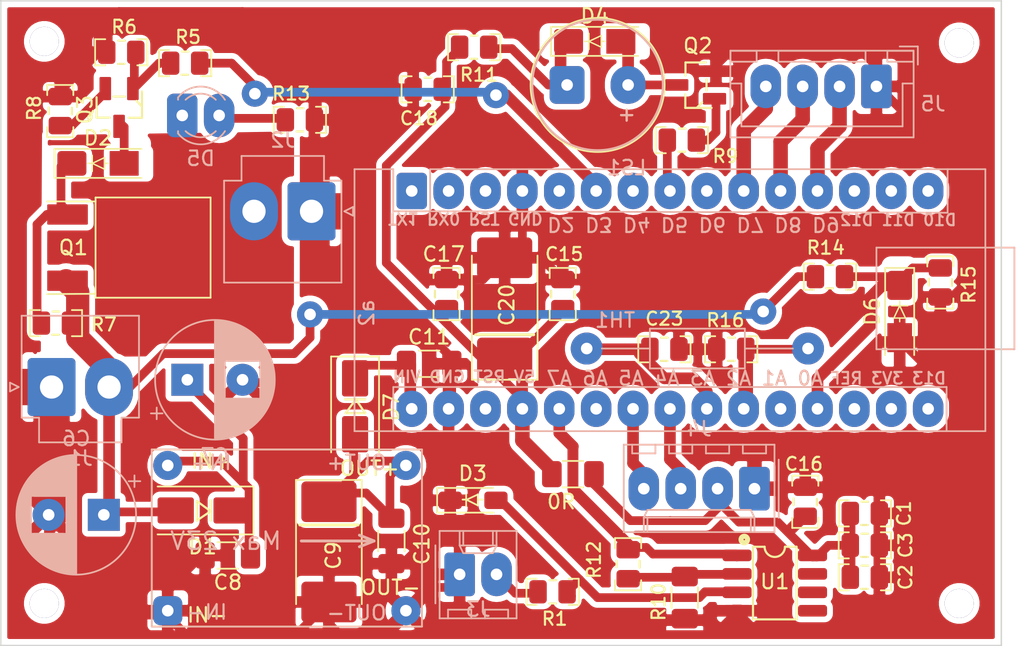
<source format=kicad_pcb>
(kicad_pcb (version 20171130) (host pcbnew "(5.1.10)-1")
  (layers (0 F.Cu signal) (31 B.Cu signal) (34 B.Paste user) (35 F.Paste user) (36 B.SilkS user) (37 F.SilkS user) (38 B.Mask user) (39 F.Mask user) (44 Edge.Cuts user))
  (net 0 "")
  (net 1 /opamp_to_adc)
  (net 2 GND)
  (net 3 /20VDetect)
  (net 4 /env_temp_adc)
  (net 5 /enable_heater)
  (net 6 /enable_env_temp_check)
  (net 7 /sda)
  (net 8 /buzzerPwm)
  (net 9 /scl)
  (net 10 V5.0)
  (net 11 /rot_right)
  (net 12 /V6.0)
  (net 13 /rot_button)
  (net 14 "Net-(C7-Pad1)")
  (net 15 20V)
  (net 16 "Net-(D2-Pad2)")
  (net 17 "Net-(D2-Pad1)")
  (net 18 "Net-(D3-Pad2)")
  (net 19 "Net-(D4-Pad2)")
  (net 20 "Net-(D4-Pad1)")
  (net 21 "Net-(D5-PadK)")
  (net 22 /heaterPower)
  (net 23 /thermal_couple)
  (net 24 "Net-(Q2-PadB)")
  (net 25 "Net-(Q3-PadB)")
  (net 26 "Net-(Q3-PadE)")
  (net 27 "Net-(R10-Pad1)")
  (net 28 "Net-(C10-Pad1)")
  (net 29 /rot_left)
  (net 30 "Net-(a2-Pad1)")
  (net 31 "Net-(a2-Pad17)")
  (net 32 "Net-(a2-Pad2)")
  (net 33 "Net-(a2-Pad18)")
  (net 34 "Net-(a2-Pad3)")
  (net 35 "Net-(a2-Pad20)")
  (net 36 "Net-(a2-Pad5)")
  (net 37 "Net-(a2-Pad7)")
  (net 38 "Net-(a2-Pad9)")
  (net 39 "Net-(a2-Pad25)")
  (net 40 "Net-(a2-Pad28)")
  (net 41 "Net-(a2-Pad13)")
  (net 42 "Net-(a2-Pad14)")
  (net 43 "Net-(a2-Pad15)")
  (net 44 "Net-(a2-Pad16)")
  (module myFootPrintLibs:D_SMA_Handsoldering (layer F.Cu) (at 17.7 39.1 180)
    (fp_text reference D1 (at 0 -2.5 180) (layer F.SilkS))
    (fp_text value 1N4007)
    (pad 2 smd roundrect (at 1.85 0 180) (size 2.5 1.8) (layers F.Cu F.Paste F.Mask) (roundrect_rratio 0.1) (net 15 20V))
    (pad 1 smd roundrect (at -2 0 180) (size 2.5 1.8) (layers F.Cu F.Paste F.Mask) (roundrect_rratio 0.1) (net 14 "Net-(C7-Pad1)"))
  )
  (module myFootPrintLibs:D_SMA_Handsoldering (layer F.Cu) (at 28.2 32 270)
    (fp_text reference D7 (at 0 -2.5 270) (layer F.SilkS))
    (fp_text value 1N4007)
    (pad 2 smd roundrect (at 1.85 0 270) (size 2.5 1.8) (layers F.Cu F.Paste F.Mask) (roundrect_rratio 0.1) (net 28 "Net-(C10-Pad1)"))
    (pad 1 smd roundrect (at -2 0 270) (size 2.5 1.8) (layers F.Cu F.Paste F.Mask) (roundrect_rratio 0.1) (net 12 /V6.0))
  )
  (module myFootPrintLibs:R_C_1206_3216Metric_Pad1.33x1.80mm_HandSolder (layer F.Cu) (at 50.9 45.1 270)
    (fp_text reference R10 (at 0.3 1.8 90) (layer F.SilkS) (effects (font (size 0.9 0.9))))
    (fp_text value 1k)
    (pad 2 smd roundrect (at 1.45 0 270) (size 1.35 1.8) (layers F.Cu F.Paste F.Mask) (roundrect_rratio 0.189) (net 2 GND))
    (pad 1 smd roundrect (at -1.45 0 270) (size 1.35 1.8) (layers F.Cu F.Paste F.Mask) (roundrect_rratio 0.189) (net 27 "Net-(R10-Pad1)"))
  )
  (module myFootPrintLibs:R_C_1206_3216Metric_Pad1.33x1.80mm_HandSolder (layer F.Cu) (at 43.2 36.6 180)
    (fp_text reference 0R (at 0.8 -1.9) (layer F.SilkS))
    (fp_text value C_1206)
    (pad 2 smd roundrect (at 1.45 0 180) (size 1.35 1.8) (layers F.Cu F.Paste F.Mask) (roundrect_rratio 0.189) (net 10 V5.0))
    (pad 1 smd roundrect (at -1.45 0 180) (size 1.35 1.8) (layers F.Cu F.Paste F.Mask) (roundrect_rratio 0.189) (net 10 V5.0))
  )
  (module myFootPrintLibs:SOT-23_PNP_NPN (layer F.Cu) (at 11.95 11.3 270)
    (fp_text reference Q3 (at 0.2 2.35 270) (layer F.SilkS))
    (fp_text value S8050)
    (pad C smd roundrect (at 1.35 0 270) (size 1.6 0.8) (layers F.Cu F.Paste F.Mask) (roundrect_rratio 0.1) (net 16 "Net-(D2-Pad2)"))
    (pad E smd roundrect (at -1.25 0.95 270) (size 1.6 0.8) (layers F.Cu F.Paste F.Mask) (roundrect_rratio 0.1) (net 26 "Net-(Q3-PadE)"))
    (pad B smd roundrect (at -1.25 -0.95 270) (size 1.6 0.8) (layers F.Cu F.Paste F.Mask) (roundrect_rratio 0.1) (net 25 "Net-(Q3-PadB)"))
  )
  (module myFootPrintLibs:SOT-23_PNP_NPN (layer F.Cu) (at 51.7 9.8 180)
    (fp_text reference Q2 (at -0.1 2.7) (layer F.SilkS))
    (fp_text value S8050)
    (pad C smd roundrect (at 1.35 0 180) (size 1.6 0.8) (layers F.Cu F.Paste F.Mask) (roundrect_rratio 0.1) (net 19 "Net-(D4-Pad2)"))
    (pad E smd roundrect (at -1.25 0.95 180) (size 1.6 0.8) (layers F.Cu F.Paste F.Mask) (roundrect_rratio 0.1) (net 2 GND))
    (pad B smd roundrect (at -1.25 -0.95 180) (size 1.6 0.8) (layers F.Cu F.Paste F.Mask) (roundrect_rratio 0.1) (net 24 "Net-(Q2-PadB)"))
  )
  (module myFootPrintLibs:D_MiniMELF_Handsoldering_Zener (layer F.Cu) (at 65.7 25.4 270)
    (fp_text reference D6 (at 0 1.9 90) (layer F.SilkS))
    (fp_text value 4v)
    (pad 1 smd roundrect (at -1.8 0 270) (size 2 1.7) (layers F.Cu F.Paste F.Mask) (roundrect_rratio 0.15) (net 3 /20VDetect))
    (pad 2 smd roundrect (at 1.8 0 270) (size 2 1.7) (layers F.Cu F.Paste F.Mask) (roundrect_rratio 0.02) (net 2 GND))
  )
  (module myFootPrintLibs:D_MiniMELF_Handsoldering_Zener (layer F.Cu) (at 44.7 6.8)
    (fp_text reference D4 (at 0 -1.75) (layer F.SilkS))
    (fp_text value 1N4148)
    (pad 1 smd roundrect (at -1.8 0) (size 2 1.7) (layers F.Cu F.Paste F.Mask) (roundrect_rratio 0.15) (net 20 "Net-(D4-Pad1)"))
    (pad 2 smd roundrect (at 1.8 0) (size 2 1.7) (layers F.Cu F.Paste F.Mask) (roundrect_rratio 0.02) (net 19 "Net-(D4-Pad2)"))
  )
  (module myFootPrintLibs:D_MiniMELF_Handsoldering_Zener (layer F.Cu) (at 10.5 15.2)
    (fp_text reference D2 (at 0 -1.75) (layer F.SilkS))
    (fp_text value 5V)
    (pad 1 smd roundrect (at -1.8 0) (size 2 1.7) (layers F.Cu F.Paste F.Mask) (roundrect_rratio 0.15) (net 17 "Net-(D2-Pad1)"))
    (pad 2 smd roundrect (at 1.8 0) (size 2 1.7) (layers F.Cu F.Paste F.Mask) (roundrect_rratio 0.02) (net 16 "Net-(D2-Pad2)"))
  )
  (module myFootPrintLibs:Arduino_Nano (layer B.Cu) (at 32.1 17 270)
    (fp_text reference a2 (at 8.5 3.1 90) (layer B.SilkS) (effects (justify mirror)))
    (fp_text value Arduino_Nano_v2.x)
    (fp_text user "D2 D3 D4 D5 D6 D7 D8 D9" (at 2.4 -19.4 180 unlocked) (layer B.SilkS) (effects (font (size 0.96 0.96)) (justify mirror)))
    (fp_text user "D10 D11 D12" (at 2.1 -33.5 180) (layer B.SilkS) (effects (font (size 0.78 0.78)) (justify mirror)))
    (fp_text user "D13 3V3 REF" (at 13 -32.8) (layer B.SilkS) (effects (font (size 0.8 0.8)) (justify mirror)))
    (fp_text user "A0 A1 A2 A3 A4 A5 A6 A7" (at 13 -18.8 unlocked) (layer B.SilkS) (effects (font (size 0.96 0.96)) (justify mirror)))
    (fp_text user "5V RST GND VIN" (at 12.9 -3.6) (layer B.SilkS) (effects (font (size 0.8 0.8)) (justify mirror)))
    (fp_text user "TX1 RX0 RST GND" (at 2 -3.7 180 unlocked) (layer B.SilkS) (effects (font (size 0.78 0.78)) (justify mirror)))
    (pad 1 thru_hole roundrect (at 0.1 0 270) (size 2.5 2.1) (drill 0.8) (layers *.Cu *.Mask) (roundrect_rratio 0.15) (net 30 "Net-(a2-Pad1)"))
    (pad 17 thru_hole oval (at 15.1 -33.02 270) (size 2.5 2.1) (drill 0.8) (layers *.Cu *.Mask) (net 31 "Net-(a2-Pad17)"))
    (pad 2 thru_hole oval (at 0.1 -2.54 270) (size 2.5 2.1) (drill 0.8) (layers *.Cu *.Mask) (net 32 "Net-(a2-Pad2)"))
    (pad 18 thru_hole oval (at 15.1 -30.48 270) (size 2.5 2.1) (drill 0.8) (layers *.Cu *.Mask) (net 33 "Net-(a2-Pad18)"))
    (pad 3 thru_hole oval (at 0.1 -5.08 270) (size 2.5 2.1) (drill 0.8) (layers *.Cu *.Mask) (net 34 "Net-(a2-Pad3)"))
    (pad 19 thru_hole oval (at 15.1 -27.94 270) (size 2.5 2.1) (drill 0.8) (layers *.Cu *.Mask) (net 3 /20VDetect))
    (pad 4 thru_hole oval (at 0.1 -7.62 270) (size 2.5 2.1) (drill 0.8) (layers *.Cu *.Mask) (net 2 GND))
    (pad 20 thru_hole oval (at 15.1 -25.4 270) (size 2.5 2.1) (drill 0.8) (layers *.Cu *.Mask) (net 35 "Net-(a2-Pad20)"))
    (pad 5 thru_hole oval (at 0.1 -10.16 270) (size 2.5 2.1) (drill 0.8) (layers *.Cu *.Mask) (net 36 "Net-(a2-Pad5)"))
    (pad 21 thru_hole oval (at 15.1 -22.86 270) (size 2.5 2.1) (drill 0.8) (layers *.Cu *.Mask) (net 4 /env_temp_adc))
    (pad 6 thru_hole oval (at 0.1 -12.7 270) (size 2.5 2.1) (drill 0.8) (layers *.Cu *.Mask) (net 5 /enable_heater))
    (pad 22 thru_hole oval (at 15.1 -20.32 270) (size 2.5 2.1) (drill 0.8) (layers *.Cu *.Mask) (net 6 /enable_env_temp_check))
    (pad 7 thru_hole oval (at 0.1 -15.24 270) (size 2.5 2.1) (drill 0.8) (layers *.Cu *.Mask) (net 37 "Net-(a2-Pad7)"))
    (pad 23 thru_hole oval (at 15.1 -17.78 270) (size 2.5 2.1) (drill 0.8) (layers *.Cu *.Mask) (net 7 /sda))
    (pad 8 thru_hole oval (at 0.1 -17.78 270) (size 2.5 2.1) (drill 0.8) (layers *.Cu *.Mask) (net 8 /buzzerPwm))
    (pad 24 thru_hole oval (at 15.1 -15.24 270) (size 2.5 2.1) (drill 0.8) (layers *.Cu *.Mask) (net 9 /scl))
    (pad 9 thru_hole oval (at 0.1 -20.32 270) (size 2.5 2.1) (drill 0.8) (layers *.Cu *.Mask) (net 38 "Net-(a2-Pad9)"))
    (pad 25 thru_hole oval (at 15.1 -12.7 270) (size 2.5 2.1) (drill 0.8) (layers *.Cu *.Mask) (net 39 "Net-(a2-Pad25)"))
    (pad 10 thru_hole oval (at 0.1 -22.86 270) (size 2.5 2.1) (drill 0.8) (layers *.Cu *.Mask) (net 13 /rot_button))
    (pad 26 thru_hole oval (at 15.1 -10.16 270) (size 2.5 2.1) (drill 0.8) (layers *.Cu *.Mask) (net 1 /opamp_to_adc))
    (pad 11 thru_hole oval (at 0.1 -25.4 270) (size 2.5 2.1) (drill 0.8) (layers *.Cu *.Mask) (net 29 /rot_left))
    (pad 27 thru_hole oval (at 15.1 -7.62 270) (size 2.5 2.1) (drill 0.8) (layers *.Cu *.Mask) (net 10 V5.0))
    (pad 12 thru_hole oval (at 0.1 -27.94 270) (size 2.5 2.1) (drill 0.8) (layers *.Cu *.Mask) (net 11 /rot_right))
    (pad 28 thru_hole oval (at 15.1 -5.08 270) (size 2.5 2.1) (drill 0.8) (layers *.Cu *.Mask) (net 40 "Net-(a2-Pad28)"))
    (pad 13 thru_hole oval (at 0.1 -30.48 270) (size 2.5 2.1) (drill 0.8) (layers *.Cu *.Mask) (net 41 "Net-(a2-Pad13)"))
    (pad 29 thru_hole oval (at 15.1 -2.54 270) (size 2.5 2.1) (drill 0.8) (layers *.Cu *.Mask) (net 2 GND))
    (pad 14 thru_hole oval (at 0.1 -33.02 270) (size 2.5 2.1) (drill 0.8) (layers *.Cu *.Mask) (net 42 "Net-(a2-Pad14)"))
    (pad 30 thru_hole oval (at 15.1 0 270) (size 2.5 2.1) (drill 0.8) (layers *.Cu *.Mask) (net 12 /V6.0))
    (pad 15 thru_hole oval (at 0.1 -35.56 270) (size 2.5 2.1) (drill 0.8) (layers *.Cu *.Mask) (net 43 "Net-(a2-Pad15)"))
    (pad 16 thru_hole oval (at 15.1 -35.56 270) (size 2.5 2.1) (drill 0.8) (layers *.Cu *.Mask) (net 44 "Net-(a2-Pad16)"))
  )
  (module myFootPrintLibs:mini360_dcdc_buck_module (layer B.Cu) (at 23.5 41)
    (fp_text reference a1 hide)
    (fp_text value mini360_dcdc_stepdown)
    (fp_text user OUT+ (at 5.7 -4.8 unlocked) (layer F.SilkS))
    (fp_text user OUT- (at 4.8 5.15 unlocked) (layer B.SilkS) (effects (justify mirror)))
    (fp_text user IN- (at -5.5 5.1 unlocked) (layer B.SilkS) (effects (justify mirror)))
    (fp_text user OUT+ (at 4.8 -5.2) (layer B.SilkS) (effects (justify mirror)))
    (fp_text user "Max 23V" (at -4.2 0.2) (layer B.SilkS) (effects (font (size 1.2 1.2)) (justify mirror)))
    (fp_text user IN- (at -4 5.3 unlocked) (layer F.SilkS) (effects (justify right)))
    (fp_text user OUT- (at 9.3 3.4 unlocked) (layer F.SilkS) (effects (justify right)))
    (fp_text user IN+ (at -5.2 -5.3 unlocked) (layer F.SilkS))
    (fp_text user IN+ (at -5.2 -5.2) (layer B.SilkS) (effects (justify mirror)))
    (pad 1 thru_hole roundrect (at -8.2 5) (size 2 2) (drill 0.8) (layers *.Cu *.Mask) (net 2 GND))
    (pad 4 thru_hole circle (at 8.2 5) (size 2 2) (drill 0.8) (layers *.Cu *.Mask) (net 2 GND))
    (pad 3 thru_hole circle (at 8.2 -5) (size 2 2) (drill 0.8) (layers *.Cu *.Mask) (net 28 "Net-(C10-Pad1)"))
    (pad 2 thru_hole circle (at -8.2 -5) (size 2 2) (drill 0.8) (layers *.Cu *.Mask) (net 14 "Net-(C7-Pad1)"))
  )
  (module myFootPrintLibs:CP_EIA-7343-20_Kemet-V_Pad2.25x2.55mm_HandSolder (layer F.Cu) (at 26.4 41.9 270)
    (fp_text reference C9 (at 0.3 -0.3 90) (layer F.SilkS))
    (fp_text value 220uf)
    (pad 1 smd roundrect (at -3.4 0 270) (size 2.8 3.8) (layers F.Cu F.Paste F.Mask) (roundrect_rratio 0.111) (net 28 "Net-(C10-Pad1)"))
    (pad 2 smd roundrect (at 3.5 0 270) (size 2.8 3.8) (layers F.Cu F.Paste F.Mask) (roundrect_rratio 0.111) (net 2 GND))
  )
  (module myFootPrintLibs:CP_EIA-7343-20_Kemet-V_Pad2.25x2.55mm_HandSolder (layer F.Cu) (at 38.5 25.2 90)
    (fp_text reference C17 (at 3.75 -4.2) (layer F.SilkS))
    (fp_text value 220uf)
    (pad 2 smd roundrect (at 3.5 0 90) (size 2.8 3.8) (layers F.Cu F.Paste F.Mask) (roundrect_rratio 0.111) (net 2 GND))
    (pad 1 smd roundrect (at -3.4 0 90) (size 2.8 3.8) (layers F.Cu F.Paste F.Mask) (roundrect_rratio 0.111) (net 10 V5.0))
  )
  (module myFootPrintLibs:D_SOD-323 (layer F.Cu) (at 36.3 38.4)
    (fp_text reference D3 (at 0 -1.85) (layer F.SilkS))
    (fp_text value "1N5819 S4")
    (pad 2 smd roundrect (at 1.6 0) (size 1.6 1.2) (layers F.Cu F.Paste F.Mask) (roundrect_rratio 0.2) (net 18 "Net-(D3-Pad2)"))
    (pad 1 smd roundrect (at -1.55 0) (size 1.6 1.2) (layers F.Cu F.Paste F.Mask) (roundrect_rratio 0.2) (net 2 GND))
  )
  (module myFootPrintLibs:R_C_0805_2012Metric_Pad1.20x1.50mm_HandSolder (layer F.Cu) (at 7.6 26.2)
    (fp_text reference R7 (at 3.3 0.1) (layer F.SilkS) (effects (font (size 0.9 0.9))))
    (fp_text value 2k)
    (pad 2 smd roundrect (at 1 0) (size 1.2 1.6) (layers F.Cu F.Paste F.Mask) (roundrect_rratio 0.208) (net 15 20V))
    (pad 1 smd roundrect (at -1 0) (size 1.2 1.6) (layers F.Cu F.Paste F.Mask) (roundrect_rratio 0.208) (net 17 "Net-(D2-Pad1)"))
  )
  (module myFootPrintLibs:R_C_0805_2012Metric_Pad1.20x1.50mm_HandSolder (layer F.Cu) (at 34.5 24.2 90)
    (fp_text reference C20 (at -0.75 4.15 90) (layer F.SilkS))
    (fp_text value 100nf)
    (pad 2 smd roundrect (at 1 0 90) (size 1.2 1.6) (layers F.Cu F.Paste F.Mask) (roundrect_rratio 0.208) (net 2 GND))
    (pad 1 smd roundrect (at -1 0 90) (size 1.2 1.6) (layers F.Cu F.Paste F.Mask) (roundrect_rratio 0.208) (net 10 V5.0))
  )
  (module myFootPrintLibs:R_C_0805_2012Metric_Pad1.20x1.50mm_HandSolder (layer F.Cu) (at 54.1 28 180)
    (fp_text reference R16 (at 0.4 2) (layer F.SilkS) (effects (font (size 0.9 0.9))))
    (fp_text value 2k)
    (pad 2 smd roundrect (at 1 0 180) (size 1.2 1.6) (layers F.Cu F.Paste F.Mask) (roundrect_rratio 0.208) (net 2 GND))
    (pad 1 smd roundrect (at -1 0 180) (size 1.2 1.6) (layers F.Cu F.Paste F.Mask) (roundrect_rratio 0.208) (net 4 /env_temp_adc))
  )
  (module myFootPrintLibs:R_C_0805_2012Metric_Pad1.20x1.50mm_HandSolder (layer F.Cu) (at 68.5 23.4 270)
    (fp_text reference R15 (at 0.15 -1.95 90) (layer F.SilkS) (effects (font (size 0.9 0.9))))
    (fp_text value 20k)
    (pad 2 smd roundrect (at 1 0 270) (size 1.2 1.6) (layers F.Cu F.Paste F.Mask) (roundrect_rratio 0.208) (net 2 GND))
    (pad 1 smd roundrect (at -1 0 270) (size 1.2 1.6) (layers F.Cu F.Paste F.Mask) (roundrect_rratio 0.208) (net 3 /20VDetect))
  )
  (module myFootPrintLibs:R_C_0805_2012Metric_Pad1.20x1.50mm_HandSolder (layer F.Cu) (at 60.9 23)
    (fp_text reference R14 (at -0.29 -1.99) (layer F.SilkS) (effects (font (size 0.9 0.9))))
    (fp_text value 75k)
    (pad 2 smd roundrect (at 1 0) (size 1.2 1.6) (layers F.Cu F.Paste F.Mask) (roundrect_rratio 0.208) (net 3 /20VDetect))
    (pad 1 smd roundrect (at -1 0) (size 1.2 1.6) (layers F.Cu F.Paste F.Mask) (roundrect_rratio 0.208) (net 15 20V))
  )
  (module myFootPrintLibs:R_C_0805_2012Metric_Pad1.20x1.50mm_HandSolder (layer F.Cu) (at 24.4 12.2 180)
    (fp_text reference R13 (at 0.6 1.8) (layer F.SilkS) (effects (font (size 0.9 0.9))))
    (fp_text value 4k)
    (pad 2 smd roundrect (at 1 0 180) (size 1.2 1.6) (layers F.Cu F.Paste F.Mask) (roundrect_rratio 0.208) (net 21 "Net-(D5-PadK)"))
    (pad 1 smd roundrect (at -1 0 180) (size 1.2 1.6) (layers F.Cu F.Paste F.Mask) (roundrect_rratio 0.208) (net 2 GND))
  )
  (module myFootPrintLibs:R_C_0805_2012Metric_Pad1.20x1.50mm_HandSolder (layer F.Cu) (at 47 42.8 270)
    (fp_text reference R12 (at -0.3 2.35 90) (layer F.SilkS) (effects (font (size 0.9 0.9))))
    (fp_text value 240k)
    (pad 2 smd roundrect (at 1 0 270) (size 1.2 1.6) (layers F.Cu F.Paste F.Mask) (roundrect_rratio 0.208) (net 27 "Net-(R10-Pad1)"))
    (pad 1 smd roundrect (at -1 0 270) (size 1.2 1.6) (layers F.Cu F.Paste F.Mask) (roundrect_rratio 0.208) (net 1 /opamp_to_adc))
  )
  (module myFootPrintLibs:R_C_0805_2012Metric_Pad1.20x1.50mm_HandSolder (layer F.Cu) (at 36.4 7.2)
    (fp_text reference R11 (at 0.33 1.9) (layer F.SilkS) (effects (font (size 0.9 0.9))))
    (fp_text value 280)
    (pad 2 smd roundrect (at 1 0) (size 1.2 1.6) (layers F.Cu F.Paste F.Mask) (roundrect_rratio 0.208) (net 20 "Net-(D4-Pad1)"))
    (pad 1 smd roundrect (at -1 0) (size 1.2 1.6) (layers F.Cu F.Paste F.Mask) (roundrect_rratio 0.208) (net 10 V5.0))
  )
  (module myFootPrintLibs:R_C_0805_2012Metric_Pad1.20x1.50mm_HandSolder (layer F.Cu) (at 50.7 13.6 180)
    (fp_text reference R9 (at -3 -1.1) (layer F.SilkS) (effects (font (size 0.9 0.9))))
    (fp_text value 4k)
    (pad 2 smd roundrect (at 1 0 180) (size 1.2 1.6) (layers F.Cu F.Paste F.Mask) (roundrect_rratio 0.208) (net 8 /buzzerPwm))
    (pad 1 smd roundrect (at -1 0 180) (size 1.2 1.6) (layers F.Cu F.Paste F.Mask) (roundrect_rratio 0.208) (net 24 "Net-(Q2-PadB)"))
  )
  (module myFootPrintLibs:R_C_0805_2012Metric_Pad1.20x1.50mm_HandSolder (layer F.Cu) (at 7.9 11.6 270)
    (fp_text reference R8 (at -0.2 1.8 90) (layer F.SilkS) (effects (font (size 0.9 0.9))))
    (fp_text value 180)
    (pad 2 smd roundrect (at 1 0 270) (size 1.2 1.6) (layers F.Cu F.Paste F.Mask) (roundrect_rratio 0.208) (net 26 "Net-(Q3-PadE)"))
    (pad 1 smd roundrect (at -1 0 270) (size 1.2 1.6) (layers F.Cu F.Paste F.Mask) (roundrect_rratio 0.208) (net 2 GND))
  )
  (module myFootPrintLibs:R_C_0805_2012Metric_Pad1.20x1.50mm_HandSolder (layer F.Cu) (at 12.1 7.55 180)
    (fp_text reference R6 (at -0.2 1.75) (layer F.SilkS) (effects (font (size 0.9 0.9))))
    (fp_text value 18k)
    (pad 2 smd roundrect (at 1 0 180) (size 1.2 1.6) (layers F.Cu F.Paste F.Mask) (roundrect_rratio 0.208) (net 2 GND))
    (pad 1 smd roundrect (at -1 0 180) (size 1.2 1.6) (layers F.Cu F.Paste F.Mask) (roundrect_rratio 0.208) (net 25 "Net-(Q3-PadB)"))
  )
  (module myFootPrintLibs:R_C_0805_2012Metric_Pad1.20x1.50mm_HandSolder (layer F.Cu) (at 16.5 8.3)
    (fp_text reference R5 (at 0.2 -1.8) (layer F.SilkS) (effects (font (size 0.9 0.9))))
    (fp_text value 4k)
    (pad 2 smd roundrect (at 1 0) (size 1.2 1.6) (layers F.Cu F.Paste F.Mask) (roundrect_rratio 0.208) (net 5 /enable_heater))
    (pad 1 smd roundrect (at -1 0) (size 1.2 1.6) (layers F.Cu F.Paste F.Mask) (roundrect_rratio 0.208) (net 25 "Net-(Q3-PadB)"))
  )
  (module myFootPrintLibs:R_C_0805_2012Metric_Pad1.20x1.50mm_HandSolder (layer F.Cu) (at 41.8 44.7 180)
    (fp_text reference R1 (at -0.14 -1.86) (layer F.SilkS) (effects (font (size 0.9 0.9))))
    (fp_text value 10k)
    (pad 2 smd roundrect (at 1 0 180) (size 1.2 1.6) (layers F.Cu F.Paste F.Mask) (roundrect_rratio 0.208) (net 23 /thermal_couple))
    (pad 1 smd roundrect (at -1 0 180) (size 1.2 1.6) (layers F.Cu F.Paste F.Mask) (roundrect_rratio 0.208) (net 18 "Net-(D3-Pad2)"))
  )
  (module myFootPrintLibs:R_C_0805_2012Metric_Pad1.20x1.50mm_HandSolder (layer F.Cu) (at 49.5 28)
    (fp_text reference C23 (at 0 -2.1) (layer F.SilkS) (effects (font (size 0.9 0.9))))
    (fp_text value 100nf)
    (pad 2 smd roundrect (at 1 0) (size 1.2 1.6) (layers F.Cu F.Paste F.Mask) (roundrect_rratio 0.208) (net 2 GND))
    (pad 1 smd roundrect (at -1 0) (size 1.2 1.6) (layers F.Cu F.Paste F.Mask) (roundrect_rratio 0.208) (net 6 /enable_env_temp_check))
  )
  (module myFootPrintLibs:R_C_0805_2012Metric_Pad1.20x1.50mm_HandSolder (layer F.Cu) (at 33.2 10.1 180)
    (fp_text reference C18 (at 0.6 -2) (layer F.SilkS) (effects (font (size 0.9 0.9))))
    (fp_text value 22uf)
    (pad 2 smd roundrect (at 1 0 180) (size 1.2 1.6) (layers F.Cu F.Paste F.Mask) (roundrect_rratio 0.208) (net 2 GND))
    (pad 1 smd roundrect (at -1 0 180) (size 1.2 1.6) (layers F.Cu F.Paste F.Mask) (roundrect_rratio 0.208) (net 10 V5.0))
  )
  (module myFootPrintLibs:R_C_0805_2012Metric_Pad1.20x1.50mm_HandSolder (layer F.Cu) (at 59.2 38.5 90)
    (fp_text reference C16 (at 2.6 -0.1 180) (layer F.SilkS) (effects (font (size 0.9 0.9))))
    (fp_text value 47uf)
    (pad 2 smd roundrect (at 1 0 90) (size 1.2 1.6) (layers F.Cu F.Paste F.Mask) (roundrect_rratio 0.208) (net 2 GND))
    (pad 1 smd roundrect (at -1 0 90) (size 1.2 1.6) (layers F.Cu F.Paste F.Mask) (roundrect_rratio 0.208) (net 10 V5.0))
  )
  (module myFootPrintLibs:R_C_0805_2012Metric_Pad1.20x1.50mm_HandSolder (layer F.Cu) (at 42.5 24.2 90)
    (fp_text reference C15 (at 2.75 0.1) (layer F.SilkS) (effects (font (size 0.9 0.9))))
    (fp_text value 22uf)
    (pad 2 smd roundrect (at 1 0 90) (size 1.2 1.6) (layers F.Cu F.Paste F.Mask) (roundrect_rratio 0.208) (net 2 GND))
    (pad 1 smd roundrect (at -1 0 90) (size 1.2 1.6) (layers F.Cu F.Paste F.Mask) (roundrect_rratio 0.208) (net 10 V5.0))
  )
  (module myFootPrintLibs:R_C_0805_2012Metric_Pad1.20x1.50mm_HandSolder (layer F.Cu) (at 63.3 41.5)
    (fp_text reference C3 (at 2.8 0 90) (layer F.SilkS) (effects (font (size 0.9 0.9))))
    (fp_text value 10nf)
    (pad 2 smd roundrect (at 1 0) (size 1.2 1.6) (layers F.Cu F.Paste F.Mask) (roundrect_rratio 0.208) (net 2 GND))
    (pad 1 smd roundrect (at -1 0) (size 1.2 1.6) (layers F.Cu F.Paste F.Mask) (roundrect_rratio 0.208) (net 10 V5.0))
  )
  (module myFootPrintLibs:R_C_0805_2012Metric_Pad1.20x1.50mm_HandSolder (layer F.Cu) (at 63.3 43.7)
    (fp_text reference C2 (at 2.8 0 270) (layer F.SilkS) (effects (font (size 0.9 0.9))))
    (fp_text value 100nf)
    (pad 2 smd roundrect (at 1 0) (size 1.2 1.6) (layers F.Cu F.Paste F.Mask) (roundrect_rratio 0.208) (net 2 GND))
    (pad 1 smd roundrect (at -1 0) (size 1.2 1.6) (layers F.Cu F.Paste F.Mask) (roundrect_rratio 0.208) (net 10 V5.0))
  )
  (module myFootPrintLibs:R_C_0805_2012Metric_Pad1.20x1.50mm_HandSolder (layer F.Cu) (at 63.3 39.3)
    (fp_text reference C1 (at 2.7 0 90) (layer F.SilkS) (effects (font (size 0.9 0.9))))
    (fp_text value 22uf)
    (pad 2 smd roundrect (at 1 0) (size 1.2 1.6) (layers F.Cu F.Paste F.Mask) (roundrect_rratio 0.208) (net 2 GND))
    (pad 1 smd roundrect (at -1 0) (size 1.2 1.6) (layers F.Cu F.Paste F.Mask) (roundrect_rratio 0.208) (net 10 V5.0))
  )
  (module myFootPrintLibs:TO-252-2 (layer F.Cu) (at 12.8 21)
    (fp_text reference Q1 (at -4 0) (layer F.SilkS))
    (fp_text value AOD403_pmosfet)
    (pad D smd roundrect (at 2 0) (size 6.6 6) (layers F.Cu F.Mask) (roundrect_rratio 0.05) (net 22 /heaterPower))
    (pad S smd roundrect (at -4.4 2.28) (size 2.8 1.4) (layers F.Cu F.Paste F.Mask) (roundrect_rratio 0.05) (net 15 20V))
    (pad G smd roundrect (at -4.4 -2.28) (size 2.8 1.4) (layers F.Cu F.Paste F.Mask) (roundrect_rratio 0.05) (net 17 "Net-(D2-Pad1)"))
  )
  (module myFootPrintLibs:SO-8_3.9x4.9mm_P1.27mm (layer F.Cu) (at 57.1 44.1)
    (fp_text reference U1 (at 0 -0.1 180) (layer F.SilkS))
    (fp_text value MCP6002)
    (pad 8 smd roundrect (at 2.6 -1.905) (size 2 0.8) (layers F.Cu F.Paste F.Mask) (net 10 V5.0))
    (pad 7 smd roundrect (at 2.6 -0.635) (size 2 0.8) (layers F.Cu F.Paste F.Mask))
    (pad 6 smd roundrect (at 2.6 0.635) (size 2 0.8) (layers F.Cu F.Paste F.Mask))
    (pad 5 smd roundrect (at 2.6 1.905) (size 2 0.8) (layers F.Cu F.Paste F.Mask))
    (pad 4 smd roundrect (at -2.6 1.905) (size 2 0.8) (layers F.Cu F.Paste F.Mask) (net 2 GND))
    (pad 3 smd roundrect (at -2.6 0.635) (size 2 0.8) (layers F.Cu F.Paste F.Mask) (net 18 "Net-(D3-Pad2)"))
    (pad 2 smd roundrect (at -2.6 -0.635) (size 2 0.8) (layers F.Cu F.Paste F.Mask) (net 27 "Net-(R10-Pad1)"))
    (pad 1 smd roundrect (at -2.6 -1.905) (size 2 0.8) (layers F.Cu F.Paste F.Mask) (net 1 /opamp_to_adc))
  )
  (module Resistor_THT:R_Axial_DIN0207_L6.3mm_D2.5mm_P15.24mm_Horizontal (layer B.Cu) (at 44.15 27.95)
    (fp_text reference TH1 (at 1.95 -1.95 180) (layer B.SilkS) (effects (justify mirror)))
    (fp_text value "Thermistor_NTC 10k")
    (pad 2 thru_hole circle (at 15.24 0) (size 2.2 2.2) (drill 0.8) (layers *.Cu *.Mask) (net 4 /env_temp_adc))
    (pad 1 thru_hole circle (at 0 0) (size 2.2 2.2) (drill 0.8) (layers *.Cu *.Mask) (net 6 /enable_env_temp_check))
  )
  (module myFootPrintLibs:Molex_KK-254_AE-6410-02A_1x02_P2.54mm_Vertical (layer B.Cu) (at 35.4 43.5)
    (fp_text reference J3 (at 1.27 2.4) (layer B.SilkS) (effects (justify mirror)))
    (fp_text value "Thermo JST_2.54_1X02")
    (pad 1 thru_hole roundrect (at 0 0) (size 2.1 3) (drill 0.8) (layers *.Cu *.Mask) (roundrect_rratio 0.144) (net 2 GND))
    (pad 2 thru_hole oval (at 2.54 0) (size 2.1 3) (drill 0.8) (layers *.Cu *.Mask) (net 23 /thermal_couple))
  )
  (module myFootPrintLibs:CP_Radial_D8.0mm_P3.80mm (layer B.Cu) (at 16.65 30.1)
    (fp_text reference C7 (at 1.9 5.25 180) (layer B.SilkS) (effects (justify mirror)))
    (fp_text value 470uf)
    (pad 2 thru_hole circle (at 3.8 0) (size 2.2 2.2) (drill 0.8) (layers *.Cu *.Mask) (net 2 GND))
    (pad 1 thru_hole rect (at 0 0) (size 2.2 2.2) (drill 0.8) (layers *.Cu *.Mask) (net 14 "Net-(C7-Pad1)"))
  )
  (module myFootPrintLibs:CP_Radial_D8.0mm_P3.80mm (layer B.Cu) (at 10.9 39.4 180)
    (fp_text reference C6 (at 1.9 5.25 180) (layer B.SilkS) (effects (justify mirror)))
    (fp_text value 470uf)
    (pad 2 thru_hole circle (at 3.8 0 180) (size 2.2 2.2) (drill 0.8) (layers *.Cu *.Mask) (net 2 GND))
    (pad 1 thru_hole rect (at 0 0 180) (size 2.2 2.2) (drill 0.8) (layers *.Cu *.Mask) (net 15 20V))
  )
  (module myFootPrintLibs:JST_VH_B2P-VH-B_1x02_P3.96mm_Vertical (layer B.Cu) (at 7.3 30.6)
    (fp_text reference J1 (at 1.98 4.9) (layer B.SilkS) (effects (justify mirror)))
    (fp_text value "VH3.96_1X02 20V Power")
    (pad 2 thru_hole oval (at 3.96 0) (size 3.3 4) (drill 1.6) (layers *.Cu *.Mask) (net 15 20V))
    (pad 1 thru_hole roundrect (at 0 0) (size 3.3 4) (drill 1.6) (layers *.Cu *.Mask) (roundrect_rratio 0.093) (net 2 GND))
  )
  (module myFootPrintLibs:JST_VH_B2P-VH-B_1x02_P3.96mm_Vertical (layer B.Cu) (at 25.2 18.5 180)
    (fp_text reference J2 (at 1.98 4.9) (layer B.SilkS) (effects (justify mirror)))
    (fp_text value "Heater VH3.96_1X02")
    (pad 2 thru_hole oval (at 3.96 0 180) (size 3.3 4) (drill 1.6) (layers *.Cu *.Mask) (net 22 /heaterPower))
    (pad 1 thru_hole roundrect (at 0 0 180) (size 3.3 4) (drill 1.6) (layers *.Cu *.Mask) (roundrect_rratio 0.093) (net 2 GND))
  )
  (module myFootPrintLibs:Molex_KK-254_AE-6410-04A_1x04_P2.54mm_Vertical (layer B.Cu) (at 55.7 37.6 180)
    (fp_text reference J4 (at 3.81 4.12) (layer B.SilkS) (effects (justify mirror)))
    (fp_text value JST_2.54_1X04_LCD)
    (pad 4 thru_hole oval (at 7.62 0 180) (size 2.1 3) (drill 0.8) (layers *.Cu *.Mask) (net 9 /scl))
    (pad 3 thru_hole oval (at 5.08 0 180) (size 2.1 3) (drill 0.8) (layers *.Cu *.Mask) (net 7 /sda))
    (pad 2 thru_hole oval (at 2.54 0 180) (size 2.1 3) (drill 0.8) (layers *.Cu *.Mask) (net 10 V5.0))
    (pad 1 thru_hole roundrect (at 0 0 180) (size 2.1 3) (drill 0.8) (layers *.Cu *.Mask) (roundrect_rratio 0.144) (net 2 GND))
  )
  (module myFootPrintLibs:JST_XH_1x04_P2.54mm_Vertical (layer B.Cu) (at 64.1 9.9 180)
    (fp_text reference J5 (at -3.9 -1.2 180) (layer B.SilkS) (effects (justify mirror)))
    (fp_text value XH2.54_1X04_RotaryEnc)
    (pad 4 thru_hole oval (at 7.62 0 180) (size 2.1 3) (drill 0.8) (layers *.Cu *.Mask) (net 13 /rot_button))
    (pad 3 thru_hole oval (at 5.08 0 180) (size 2.1 3) (drill 0.8) (layers *.Cu *.Mask) (net 29 /rot_left))
    (pad 1 thru_hole roundrect (at 0 0 180) (size 2.1 3) (drill 0.8) (layers *.Cu *.Mask) (roundrect_rratio 0.147) (net 2 GND))
    (pad 2 thru_hole oval (at 2.54 0 180) (size 2.1 3) (drill 0.8) (layers *.Cu *.Mask) (net 11 /rot_right))
  )
  (module myFootPrintLibs:Buzzer_9x4.2 (layer B.Cu) (at 44.9 9.8)
    (fp_text reference LS1 (at 2 5.7) (layer B.SilkS) (effects (justify mirror)))
    (fp_text value Speaker)
    (fp_text user + (at 2 2) (layer F.SilkS))
    (fp_text user + (at 2 2) (layer B.SilkS) (effects (justify mirror)))
    (pad 1 thru_hole roundrect (at -2.1 0) (size 2.4 2.6) (drill 0.8) (layers *.Cu *.Mask) (roundrect_rratio 0.18) (net 20 "Net-(D4-Pad1)"))
    (pad 2 thru_hole oval (at 2.1 0) (size 2.4 2.6) (drill 0.8) (layers *.Cu *.Mask) (net 19 "Net-(D4-Pad2)"))
  )
  (module myFootPrintLibs:MountingHole_2.0mm (layer F.Cu) (at 69.8 6.9)
    (fp_text reference H4 hide)
    (fp_text value MountingHole hide)
    (pad "" thru_hole circle (at 0 0) (size 2 2) (drill 2) (layers *.Cu *.Mask))
  )
  (module myFootPrintLibs:MountingHole_2.0mm (layer F.Cu) (at 6.8 6.8)
    (fp_text reference H3 hide)
    (fp_text value MountingHole hide)
    (pad "" thru_hole circle (at 0 0) (size 2 2) (drill 2) (layers *.Cu *.Mask))
  )
  (module myFootPrintLibs:MountingHole_2.0mm (layer F.Cu) (at 6.8 45.5)
    (fp_text reference H2 hide)
    (fp_text value MountingHole hide)
    (pad "" thru_hole circle (at 0 0) (size 2 2) (drill 2) (layers *.Cu *.Mask))
  )
  (module myFootPrintLibs:MountingHole_2.0mm (layer F.Cu) (at 69.8 45.5)
    (fp_text reference H1 hide)
    (fp_text value MountingHole hide)
    (pad "" thru_hole circle (at 0 0) (size 2 2) (drill 2) (layers *.Cu *.Mask))
  )
  (module myFootPrintLibs:LED_D3.0mm (layer B.Cu) (at 16.3 11.9)
    (fp_text reference D5 (at 1.27 2.96) (layer B.SilkS) (effects (justify mirror)))
    (fp_text value LED hide)
    (pad K thru_hole oval (at 2.54 0) (size 2.1 3) (drill 0.8) (layers *.Cu *.Mask) (net 21 "Net-(D5-PadK)"))
    (pad A thru_hole roundrect (at 0 0) (size 2.1 3) (drill 0.8) (layers *.Cu *.Mask) (roundrect_rratio 0.22) (net 22 /heaterPower))
  )
  (module Capacitor_SMD:C_1206_3216Metric_Pad1.33x1.80mm_HandSolder (layer F.Cu) (at 33.3 29)
    (fp_text reference C11 (at 0 -1.85) (layer F.SilkS))
    (fp_text value 47uf)
    (pad 2 smd roundrect (at 1.5625 0) (size 1.325 1.8) (layers F.Cu F.Paste F.Mask) (roundrect_rratio 0.1886769811320755) (net 2 GND))
    (pad 1 smd roundrect (at -1.5625 0) (size 1.325 1.8) (layers F.Cu F.Paste F.Mask) (roundrect_rratio 0.1886769811320755) (net 12 /V6.0))
  )
  (module Capacitor_SMD:C_1206_3216Metric_Pad1.33x1.80mm_HandSolder (layer F.Cu) (at 30.7 41.2 270)
    (fp_text reference C10 (at 0.2 -2.1 90) (layer F.SilkS))
    (fp_text value 22uf)
    (pad 2 smd roundrect (at 1.5625 0 270) (size 1.325 1.8) (layers F.Cu F.Paste F.Mask) (roundrect_rratio 0.1886769811320755) (net 2 GND))
    (pad 1 smd roundrect (at -1.5625 0 270) (size 1.325 1.8) (layers F.Cu F.Paste F.Mask) (roundrect_rratio 0.1886769811320755) (net 28 "Net-(C10-Pad1)"))
  )
  (module Capacitor_SMD:C_1206_3216Metric_Pad1.33x1.80mm_HandSolder (layer F.Cu) (at 19.4375 42.2 180)
    (fp_text reference C8 (at 0 -1.85) (layer F.SilkS))
    (fp_text value 22uf)
    (pad 2 smd roundrect (at 1.5625 0 180) (size 1.325 1.8) (layers F.Cu F.Paste F.Mask) (roundrect_rratio 0.1886769811320755) (net 2 GND))
    (pad 1 smd roundrect (at -1.5625 0 180) (size 1.325 1.8) (layers F.Cu F.Paste F.Mask) (roundrect_rratio 0.1886769811320755) (net 14 "Net-(C7-Pad1)"))
  )
  (gr_line (start 72.7 4) (end 72.7 48.4) (layer Edge.Cuts) (width 0.1))
  (gr_line (start 3.8 4) (end 72.7 4) (layer Edge.Cuts) (width 0.1))
  (gr_line (start 3.8 48.4) (end 3.8 4) (layer Edge.Cuts) (width 0.1))
  (gr_line (start 72.7 48.4) (end 3.8 48.4) (layer Edge.Cuts) (width 0.1))
  (segment (start 42.3 32.48) (end 42.26 32.44) (width 0.6) (layer F.Cu) (net 1))
  (segment (start 54.495 42.3) (end 54.5 42.295) (width 0.6) (layer F.Cu) (net 1))
  (segment (start 48.255 41.65) (end 48.705 42.1) (width 0.6) (layer F.Cu) (net 1))
  (segment (start 47.25 41.65) (end 48.255 41.65) (width 0.6) (layer F.Cu) (net 1))
  (segment (start 48.705 42.1) (end 54.4 42.1) (width 0.6) (layer F.Cu) (net 1))
  (segment (start 54.4 42.1) (end 54.5 42.2) (width 0.6) (layer F.Cu) (net 1))
  (segment (start 47.2 41.65) (end 47.25 41.65) (width 0.8) (layer F.Cu) (net 1))
  (segment (start 43.29999 37.74999) (end 47.2 41.65) (width 0.8) (layer F.Cu) (net 1))
  (segment (start 43.2 34.69998) (end 43.2 37.65) (width 0.75) (layer F.Cu) (net 1))
  (segment (start 42.26 33.75998) (end 43.2 34.69998) (width 0.8) (layer F.Cu) (net 1))
  (segment (start 42.26 32.44) (end 42.26 33.75998) (width 0.8) (layer F.Cu) (net 1))
  (segment (start 26.1 19.6) (end 26.1 20.2) (width 0.6) (layer F.Cu) (net 2))
  (segment (start 7.3 39.6) (end 7.1 39.8) (width 0.6) (layer F.Cu) (net 2))
  (segment (start 7.3 29.6) (end 7.3 39.6) (width 2) (layer F.Cu) (net 2))
  (segment (start 7.1 39.8) (end 7.1 40.6) (width 0.6) (layer F.Cu) (net 2))
  (segment (start 34.9 32.18) (end 34.64 32.44) (width 0.6) (layer F.Cu) (net 2))
  (segment (start 34.75 29.45) (end 34.75 32.2675) (width 0.8) (layer F.Cu) (net 2))
  (segment (start 50.5 28) (end 53 28) (width 0.6) (layer F.Cu) (net 2))
  (segment (start 39.72 21.28) (end 39.5 21.5) (width 0.6) (layer F.Cu) (net 2))
  (segment (start 39.72 17.2) (end 39.72 21.28) (width 0.6) (layer F.Cu) (net 2))
  (segment (start 39.7 17.18) (end 39.72 17.2) (width 0.6) (layer F.Cu) (net 2))
  (segment (start 55.7 37.6) (end 58.6 37.6) (width 0.6) (layer F.Cu) (net 2))
  (segment (start 68.5 26.4) (end 68.5 24.4) (width 0.6) (layer F.Cu) (net 2))
  (segment (start 67.4 27.5) (end 68.5 26.4) (width 0.6) (layer F.Cu) (net 2))
  (segment (start 65.7 27.5) (end 67.4 27.5) (width 0.6) (layer F.Cu) (net 2))
  (segment (start 12.8 46.3) (end 15.2 46.3) (width 0.6) (layer F.Cu) (net 2))
  (segment (start 7.1 40.6) (end 12.8 46.3) (width 0.6) (layer F.Cu) (net 2))
  (segment (start 7.1 39.4) (end 7.1 40.6) (width 0.6) (layer F.Cu) (net 2))
  (segment (start 7.1 40.6) (end 9.3 42.8) (width 0.6) (layer F.Cu) (net 2))
  (segment (start 27.14999 47.64999) (end 26.3 46.8) (width 0.6) (layer F.Cu) (net 2))
  (segment (start 30.45001 47.64999) (end 27.14999 47.64999) (width 0.6) (layer F.Cu) (net 2))
  (segment (start 26.3 46.8) (end 26.3 44.9) (width 0.6) (layer F.Cu) (net 2))
  (segment (start 31.8 46.3) (end 30.45001 47.64999) (width 0.6) (layer F.Cu) (net 2))
  (segment (start 33.7 44.4) (end 31.8 46.3) (width 0.6) (layer F.Cu) (net 2))
  (segment (start 34.5 44.4) (end 33.7 44.4) (width 0.6) (layer F.Cu) (net 2))
  (segment (start 30.7 45.2) (end 31.8 46.3) (width 0.6) (layer F.Cu) (net 2))
  (segment (start 30.7 42.7625) (end 30.7 45.2) (width 0.6) (layer F.Cu) (net 2))
  (segment (start 10.5 7.6) (end 7.9 10.2) (width 0.6) (layer F.Cu) (net 2))
  (segment (start 10.5 6.2) (end 10.5 7.6) (width 0.6) (layer F.Cu) (net 2))
  (segment (start 11.94999 4.75001) (end 10.5 6.2) (width 0.6) (layer F.Cu) (net 2))
  (segment (start 20.45001 4.75001) (end 11.94999 4.75001) (width 0.6) (layer F.Cu) (net 2))
  (segment (start 25.5 12.4) (end 25.6 12.3) (width 0.6) (layer F.Cu) (net 2))
  (segment (start 24.9 18.6) (end 27.6 18.6) (width 2) (layer F.Cu) (net 2))
  (segment (start 24.15001 47.64999) (end 26.9 44.9) (width 0.6) (layer F.Cu) (net 2))
  (segment (start 15.2 46.3) (end 16.54999 47.64999) (width 0.6) (layer F.Cu) (net 2))
  (segment (start 9.3 42.3) (end 17.5375 42.3) (width 0.6) (layer F.Cu) (net 2))
  (segment (start 15.2 44.6375) (end 15.2 46.64999) (width 0.6) (layer F.Cu) (net 2))
  (segment (start 17.5375 42.3) (end 15.2 44.6375) (width 0.6) (layer F.Cu) (net 2))
  (segment (start 64.35 39.3) (end 64.35 43.7) (width 0.8) (layer F.Cu) (net 2))
  (segment (start 64.3 39.3) (end 64.3 37.6) (width 0.6) (layer F.Cu) (net 2))
  (segment (start 64.3 37.6) (end 55.7 37.6) (width 0.6) (layer F.Cu) (net 2))
  (segment (start 25.6 9.9) (end 20.45001 4.75001) (width 0.6) (layer F.Cu) (net 2))
  (segment (start 25.6 12.3) (end 25.6 9.9) (width 0.6) (layer F.Cu) (net 2))
  (segment (start 45.3 23.2) (end 42.5 23.2) (width 0.6) (layer F.Cu) (net 2))
  (segment (start 41 21.7) (end 42.5 23.2) (width 0.6) (layer F.Cu) (net 2))
  (segment (start 38.5 21.7) (end 41 21.7) (width 0.6) (layer F.Cu) (net 2))
  (segment (start 37 23.2) (end 38.5 21.7) (width 0.6) (layer F.Cu) (net 2))
  (segment (start 34.5 23.2) (end 37 23.2) (width 0.6) (layer F.Cu) (net 2))
  (segment (start 52.95501 47.64999) (end 33.14999 47.64999) (width 0.6) (layer F.Cu) (net 2))
  (segment (start 54.5 46.105) (end 52.95501 47.64999) (width 0.6) (layer F.Cu) (net 2))
  (segment (start 55.495 47.1) (end 54.5 46.105) (width 0.6) (layer F.Cu) (net 2))
  (segment (start 58.522192 47.1) (end 55.495 47.1) (width 0.6) (layer F.Cu) (net 2))
  (segment (start 58.527202 47.10501) (end 58.522192 47.1) (width 0.6) (layer F.Cu) (net 2))
  (segment (start 33.14999 47.64999) (end 31.8 46.3) (width 0.6) (layer F.Cu) (net 2))
  (segment (start 60.877808 47.1) (end 60.872798 47.10501) (width 0.6) (layer F.Cu) (net 2))
  (segment (start 62.8 47.1) (end 60.877808 47.1) (width 0.6) (layer F.Cu) (net 2))
  (segment (start 60.872798 47.10501) (end 58.527202 47.10501) (width 0.6) (layer F.Cu) (net 2))
  (segment (start 64.4 45.5) (end 62.8 47.1) (width 0.6) (layer F.Cu) (net 2))
  (segment (start 64.4 43.8) (end 64.4 45.5) (width 0.6) (layer F.Cu) (net 2))
  (segment (start 64.3 43.7) (end 64.4 43.8) (width 0.6) (layer F.Cu) (net 2))
  (segment (start 64.6 10.1) (end 64.7 10.2) (width 0.6) (layer F.Cu) (net 2))
  (segment (start 70.00001 23.69999) (end 69.3 24.4) (width 0.6) (layer F.Cu) (net 2))
  (segment (start 64.5 10.2) (end 70.00001 15.70001) (width 0.6) (layer F.Cu) (net 2))
  (segment (start 70.00001 15.70001) (end 70.00001 23.69999) (width 0.6) (layer F.Cu) (net 2))
  (segment (start 64 10.1) (end 64.1 10.2) (width 0.6) (layer F.Cu) (net 2))
  (segment (start 64 8.4) (end 64 10.1) (width 0.6) (layer F.Cu) (net 2))
  (segment (start 69.3 24.4) (end 68.5 24.4) (width 0.6) (layer F.Cu) (net 2))
  (segment (start 64.1 10.2) (end 64.5 10.2) (width 0.6) (layer F.Cu) (net 2))
  (segment (start 54.8 6.7) (end 62.3 6.7) (width 0.6) (layer F.Cu) (net 2))
  (segment (start 62.3 6.7) (end 64 8.4) (width 0.6) (layer F.Cu) (net 2))
  (segment (start 53.05 8.45) (end 54.8 6.7) (width 0.6) (layer F.Cu) (net 2))
  (segment (start 53.05 8.85) (end 53.05 8.45) (width 0.6) (layer F.Cu) (net 2))
  (segment (start 11 47.65) (end 44 47.65) (width 0.6) (layer F.Cu) (net 2))
  (segment (start 16.54999 47.64999) (end 17.25001 47.64999) (width 0.6) (layer F.Cu) (net 2))
  (segment (start 17.25001 47.64999) (end 24.15001 47.64999) (width 0.6) (layer F.Cu) (net 2))
  (segment (start 27.8 26.1) (end 27.8 18.8) (width 0.6) (layer F.Cu) (net 2))
  (segment (start 23.6 30.3) (end 27.8 26.1) (width 0.6) (layer F.Cu) (net 2))
  (segment (start 27.8 18.8) (end 27.6 18.6) (width 0.6) (layer F.Cu) (net 2))
  (segment (start 20.45 30.3) (end 23.6 30.3) (width 0.6) (layer F.Cu) (net 2))
  (segment (start 34.8625 29.325) (end 34.9 29.3625) (width 0.6) (layer F.Cu) (net 2))
  (segment (start 34.8625 28.6) (end 34.8625 29.325) (width 0.6) (layer F.Cu) (net 2))
  (segment (start 27.8125 21.55) (end 34.8625 28.6) (width 0.6) (layer F.Cu) (net 2))
  (segment (start 27.8 21.55) (end 27.8125 21.55) (width 0.6) (layer F.Cu) (net 2))
  (segment (start 64.974887 37.6) (end 64.3 37.6) (width 0.6) (layer F.Cu) (net 2))
  (segment (start 69.41001 33.164877) (end 64.974887 37.6) (width 0.6) (layer F.Cu) (net 2))
  (segment (start 69.4 31.305113) (end 69.41001 31.315123) (width 0.6) (layer F.Cu) (net 2))
  (segment (start 69.4 31.05) (end 69.4 31.305113) (width 0.6) (layer F.Cu) (net 2))
  (segment (start 65.85 27.5) (end 69.4 31.05) (width 0.6) (layer F.Cu) (net 2))
  (segment (start 69.41001 31.315123) (end 69.41001 33.164877) (width 0.6) (layer F.Cu) (net 2))
  (segment (start 65.7 27.5) (end 65.85 27.5) (width 0.6) (layer F.Cu) (net 2))
  (segment (start 35.05 38.4) (end 34.75 38.4) (width 0.6) (layer F.Cu) (net 2))
  (segment (start 30.9375 43) (end 30.7 42.7625) (width 0.6) (layer F.Cu) (net 2))
  (segment (start 31.25 43) (end 30.9375 43) (width 0.6) (layer F.Cu) (net 2))
  (segment (start 34.75 39.5) (end 31.25 43) (width 0.6) (layer F.Cu) (net 2))
  (segment (start 34.75 38.4) (end 34.75 39.5) (width 0.6) (layer F.Cu) (net 2))
  (segment (start 68.5 22.4) (end 68 22.4) (width 0.6) (layer F.Cu) (net 3))
  (segment (start 66.6 22.4) (end 65.7 23.3) (width 0.6) (layer F.Cu) (net 3))
  (segment (start 68.5 22.4) (end 66.6 22.4) (width 0.6) (layer F.Cu) (net 3))
  (segment (start 61.9 23.2) (end 61.9 23) (width 0.6) (layer F.Cu) (net 3))
  (segment (start 61.7 23.4) (end 61.9 23.2) (width 0.6) (layer F.Cu) (net 3))
  (segment (start 65.4 23) (end 65.7 23.3) (width 0.6) (layer F.Cu) (net 3))
  (segment (start 61.9 23) (end 65.4 23) (width 0.6) (layer F.Cu) (net 3))
  (segment (start 64.5 23.6) (end 65.7 23.6) (width 0.8) (layer F.Cu) (net 3))
  (segment (start 63.65 24.45) (end 64.5 23.6) (width 0.8) (layer F.Cu) (net 3))
  (segment (start 63.65 26.4) (end 63.65 24.45) (width 0.8) (layer F.Cu) (net 3))
  (segment (start 60.04 30.01) (end 63.65 26.4) (width 0.8) (layer F.Cu) (net 3))
  (segment (start 60.04 32.44) (end 60.04 30.01) (width 0.8) (layer F.Cu) (net 3))
  (segment (start 55 28) (end 59.34 28) (width 0.6) (layer F.Cu) (net 4))
  (segment (start 55.1 28.1) (end 55 28) (width 0.6) (layer F.Cu) (net 4))
  (segment (start 55.1 32.3) (end 55.1 28.1) (width 1) (layer F.Cu) (net 4))
  (segment (start 54.96 32.44) (end 55.1 32.3) (width 0.6) (layer F.Cu) (net 4))
  (via (at 21.3 10.4) (size 1.8) (drill 0.8) (layers F.Cu B.Cu) (net 5))
  (via (at 37.9 10.5) (size 1.8) (drill 0.8) (layers F.Cu B.Cu) (net 5))
  (segment (start 38.2 10.3) (end 21.3 10.3) (width 0.6) (layer B.Cu) (net 5))
  (segment (start 19.7 8.3) (end 17.5 8.3) (width 0.6) (layer F.Cu) (net 5))
  (segment (start 21.2 9.8) (end 19.7 8.3) (width 0.6) (layer F.Cu) (net 5))
  (segment (start 21.3 9.8) (end 21.2 9.8) (width 0.6) (layer F.Cu) (net 5))
  (segment (start 38.3 10.3) (end 38.3 10.1) (width 0.6) (layer F.Cu) (net 5))
  (segment (start 44.8 17.2) (end 44.8 16.8) (width 0.6) (layer F.Cu) (net 5))
  (segment (start 38.6 10.5) (end 37.9 10.5) (width 0.8) (layer F.Cu) (net 5))
  (segment (start 44.85 16.75) (end 38.6 10.5) (width 0.8) (layer F.Cu) (net 5))
  (segment (start 44.1 28) (end 47.7 28) (width 0.8) (layer F.Cu) (net 6))
  (segment (start 48.5 28) (end 47.7 28) (width 0.6) (layer F.Cu) (net 6))
  (segment (start 52.42 30.92) (end 52.42 32.44) (width 0.8) (layer F.Cu) (net 6))
  (segment (start 49.5 30) (end 51.5 30) (width 0.8) (layer F.Cu) (net 6))
  (segment (start 51.5 30) (end 52.42 30.92) (width 0.8) (layer F.Cu) (net 6))
  (segment (start 47.8 28.3) (end 49.5 30) (width 0.8) (layer F.Cu) (net 6))
  (segment (start 47.8 28) (end 47.8 28.3) (width 0.8) (layer F.Cu) (net 6))
  (segment (start 49.88 32.44) (end 50.1 32.66) (width 0.6) (layer F.Cu) (net 7))
  (segment (start 50.62 37.4) (end 50.42 37.6) (width 0.6) (layer F.Cu) (net 7))
  (segment (start 50.62 36.32) (end 50.62 37.4) (width 0.6) (layer F.Cu) (net 7))
  (segment (start 49.88 35.58) (end 50.62 36.32) (width 0.8) (layer F.Cu) (net 7))
  (segment (start 49.88 32.44) (end 49.88 35.58) (width 0.8) (layer F.Cu) (net 7))
  (segment (start 49.7 17.02) (end 49.88 17.2) (width 0.6) (layer F.Cu) (net 8))
  (segment (start 49.9 17.18) (end 49.88 17.2) (width 0.6) (layer F.Cu) (net 8))
  (segment (start 49.7 13.6) (end 49.7 17.18) (width 0.6) (layer F.Cu) (net 8))
  (segment (start 47.54 32.64) (end 47.34 32.44) (width 0.6) (layer F.Cu) (net 9))
  (segment (start 48.08 37.6) (end 47.88 37.6) (width 0.6) (layer F.Cu) (net 9))
  (segment (start 48.1 36.6) (end 48.1 37.6) (width 0.6) (layer F.Cu) (net 9))
  (segment (start 47.34 35.84) (end 48.1 36.6) (width 0.8) (layer F.Cu) (net 9))
  (segment (start 47.34 32.44) (end 47.34 35.84) (width 0.8) (layer F.Cu) (net 9))
  (segment (start 41.7375 36.3075) (end 41.7375 36.4) (width 0.6) (layer F.Cu) (net 10))
  (segment (start 39.72 34.29) (end 41.7375 36.3075) (width 1) (layer F.Cu) (net 10))
  (segment (start 39.72 32.44) (end 39.72 34.29) (width 1) (layer F.Cu) (net 10))
  (segment (start 41.7375 36.5625) (end 41.7375 36.4) (width 0.6) (layer F.Cu) (net 10))
  (segment (start 53.16 38.94) (end 53.16 37.6) (width 0.6) (layer F.Cu) (net 10))
  (segment (start 52.29999 39.80001) (end 53.16 38.94) (width 0.6) (layer F.Cu) (net 10))
  (segment (start 49.895123 39.80001) (end 52.29999 39.80001) (width 0.6) (layer F.Cu) (net 10))
  (segment (start 49.895113 39.8) (end 49.895123 39.80001) (width 0.6) (layer F.Cu) (net 10))
  (segment (start 47.155113 39.8) (end 49.895113 39.8) (width 0.6) (layer F.Cu) (net 10))
  (segment (start 44.6625 37.307387) (end 47.155113 39.8) (width 0.6) (layer F.Cu) (net 10))
  (segment (start 44.6625 36.4) (end 44.6625 37.307387) (width 0.6) (layer F.Cu) (net 10))
  (segment (start 62.25 39.3) (end 62.25 43.7) (width 0.8) (layer F.Cu) (net 10))
  (segment (start 39.5 32.22) (end 39.72 32.44) (width 0.6) (layer F.Cu) (net 10))
  (segment (start 39.7 28.6) (end 39.7 32.42) (width 0.8) (layer F.Cu) (net 10))
  (segment (start 39.72 32.44) (end 39.72 31.42) (width 0.6) (layer F.Cu) (net 10))
  (segment (start 42.5 25.4) (end 39.5 28.4) (width 0.6) (layer F.Cu) (net 10))
  (segment (start 34.5 25.4) (end 34.1 25.8) (width 0.6) (layer F.Cu) (net 10))
  (segment (start 34.5 25.2) (end 34.5 25.4) (width 0.6) (layer F.Cu) (net 10))
  (segment (start 39.72 31.42) (end 34.1 25.8) (width 0.6) (layer F.Cu) (net 10))
  (segment (start 59.1975 39.4025) (end 58.1 40.5) (width 0.8) (layer F.Cu) (net 10))
  (segment (start 59.2 39.5) (end 59.1 39.5) (width 0.6) (layer F.Cu) (net 10))
  (segment (start 53.16 38.422824) (end 53.16 37.6) (width 0.6) (layer F.Cu) (net 10))
  (segment (start 54.637176 39.9) (end 53.16 38.422824) (width 0.6) (layer F.Cu) (net 10))
  (segment (start 57.305 39.9) (end 54.637176 39.9) (width 0.6) (layer F.Cu) (net 10))
  (segment (start 59.7 42.295) (end 57.305 39.9) (width 0.6) (layer F.Cu) (net 10))
  (segment (start 60.8 41.5) (end 62.3 41.5) (width 0.6) (layer F.Cu) (net 10))
  (segment (start 60.005 42.295) (end 60.8 41.5) (width 0.6) (layer F.Cu) (net 10))
  (segment (start 59.7 42.295) (end 60.005 42.295) (width 0.6) (layer F.Cu) (net 10))
  (segment (start 35.4 7.3) (end 35.4 7.5) (width 0.6) (layer F.Cu) (net 10))
  (segment (start 34.5 8.2) (end 35.4 7.3) (width 0.6) (layer F.Cu) (net 10))
  (segment (start 34.5 9.8) (end 34.5 8.2) (width 0.6) (layer F.Cu) (net 10))
  (segment (start 34.4 11.3) (end 34.4 10.1) (width 0.6) (layer F.Cu) (net 10))
  (segment (start 30.35 15.35) (end 34.4 11.3) (width 0.6) (layer F.Cu) (net 10))
  (segment (start 30.35 22.05) (end 30.35 15.35) (width 0.6) (layer F.Cu) (net 10))
  (segment (start 34.1 25.8) (end 30.35 22.05) (width 0.6) (layer F.Cu) (net 10))
  (segment (start 60.04 14.16) (end 60.04 17.2) (width 1) (layer F.Cu) (net 11))
  (segment (start 61.56 12.64) (end 60.04 14.16) (width 1) (layer F.Cu) (net 11))
  (segment (start 61.56 10.2) (end 61.56 12.64) (width 1) (layer F.Cu) (net 11))
  (segment (start 32.1375 32.4025) (end 32.1 32.44) (width 0.6) (layer F.Cu) (net 12))
  (segment (start 32 29) (end 32 32.4025) (width 0.8) (layer F.Cu) (net 12))
  (segment (start 27.8 29.1) (end 28.34 29.64) (width 0.6) (layer F.Cu) (net 12))
  (segment (start 27.8 29.1) (end 32.1 29.1) (width 0.6) (layer F.Cu) (net 12))
  (segment (start 54.96 12.94) (end 54.96 17.2) (width 1) (layer F.Cu) (net 13))
  (segment (start 56.48 11.42) (end 54.96 12.94) (width 1) (layer F.Cu) (net 13))
  (segment (start 56.48 10.2) (end 56.48 11.42) (width 1) (layer F.Cu) (net 13))
  (segment (start 20.85 37.55) (end 20.9 37.6) (width 0.6) (layer F.Cu) (net 14))
  (segment (start 19 35.7) (end 15.2 35.7) (width 0.6) (layer F.Cu) (net 14))
  (segment (start 20.85 37.55) (end 19 35.7) (width 0.6) (layer F.Cu) (net 14))
  (segment (start 20.8 39.1) (end 20.9 39.2) (width 0.6) (layer F.Cu) (net 14))
  (segment (start 20 39.1) (end 20.8 39.1) (width 0.6) (layer F.Cu) (net 14))
  (segment (start 20.9 39.2) (end 20.9 41.6) (width 0.6) (layer F.Cu) (net 14))
  (segment (start 20.9 37.6) (end 20.9 39.2) (width 0.6) (layer F.Cu) (net 14))
  (segment (start 20.5 37.2) (end 20.85 37.55) (width 0.6) (layer F.Cu) (net 14))
  (segment (start 20.5 34.15) (end 20.5 37.2) (width 0.6) (layer F.Cu) (net 14))
  (segment (start 16.65 30.3) (end 20.5 34.15) (width 0.6) (layer F.Cu) (net 14))
  (via (at 56.3 25.4) (size 1.8) (drill 0.8) (layers F.Cu B.Cu) (net 15))
  (segment (start 16.5 39.2) (end 16.7 39.4) (width 0.6) (layer F.Cu) (net 15))
  (segment (start 10.5 39.2) (end 16.5 39.2) (width 0.6) (layer F.Cu) (net 15))
  (segment (start 11.26 38.76) (end 11.5 39) (width 0.6) (layer F.Cu) (net 15))
  (segment (start 11.26 29.6) (end 11.26 38.76) (width 0.8) (layer F.Cu) (net 15))
  (via (at 25.1 25.6) (size 1.8) (drill 0.8) (layers F.Cu B.Cu) (net 15))
  (segment (start 11.26 29.6) (end 12.2 29.6) (width 0.6) (layer F.Cu) (net 15))
  (segment (start 55.7 25.6) (end 56.3 25) (width 0.6) (layer B.Cu) (net 15))
  (segment (start 25.1 25.6) (end 55.7 25.6) (width 0.6) (layer B.Cu) (net 15))
  (segment (start 11.3 29.56) (end 11.3 29.432706) (width 1.6) (layer F.Cu) (net 15))
  (segment (start 11.3 29.432706) (end 9.267284 27.39999) (width 1.6) (layer F.Cu) (net 15))
  (segment (start 11.26 29.6) (end 11.3 29.56) (width 1.6) (layer F.Cu) (net 15))
  (segment (start 9.1 24.08) (end 8.3 23.28) (width 1.6) (layer F.Cu) (net 15))
  (segment (start 9.1 27.232706) (end 9.1 24.08) (width 1.6) (layer F.Cu) (net 15))
  (segment (start 58.7 23) (end 59.9 23) (width 0.6) (layer F.Cu) (net 15))
  (segment (start 56.3 25.4) (end 58.7 23) (width 0.6) (layer F.Cu) (net 15))
  (segment (start 12.689998 30.6) (end 11.26 30.6) (width 0.6) (layer F.Cu) (net 15))
  (segment (start 14.989999 28.299999) (end 12.689998 30.6) (width 0.6) (layer F.Cu) (net 15))
  (segment (start 24 28.3) (end 14.989999 28.299999) (width 0.6) (layer F.Cu) (net 15))
  (segment (start 25.1 27.2) (end 24 28.3) (width 0.6) (layer F.Cu) (net 15))
  (segment (start 25.1 25.6) (end 25.1 27.2) (width 0.6) (layer F.Cu) (net 15))
  (segment (start 12.3 12.7) (end 11.95 12.35) (width 0.6) (layer F.Cu) (net 16))
  (segment (start 12.3 15.2) (end 12.3 12.7) (width 0.6) (layer F.Cu) (net 16))
  (segment (start 7.95 18.05) (end 7.95 15.4) (width 0.6) (layer F.Cu) (net 17))
  (segment (start 8.62 18.72) (end 7.95 18.05) (width 0.6) (layer F.Cu) (net 17))
  (segment (start 6.3 25.8) (end 6.7 26.2) (width 0.6) (layer F.Cu) (net 17))
  (segment (start 6.3 19.4) (end 6.3 25.8) (width 0.6) (layer F.Cu) (net 17))
  (segment (start 6.98 18.72) (end 6.3 19.4) (width 0.6) (layer F.Cu) (net 17))
  (segment (start 8.3 18.72) (end 6.98 18.72) (width 0.6) (layer F.Cu) (net 17))
  (segment (start 42.9 45) (end 43.1 45) (width 0.6) (layer F.Cu) (net 18))
  (segment (start 37.55 38.4) (end 38.2 38.4) (width 0.6) (layer F.Cu) (net 18))
  (segment (start 42.8 44.7) (end 43.65 43.85) (width 0.6) (layer F.Cu) (net 18))
  (segment (start 38.2 38.4) (end 43.65 43.85) (width 0.6) (layer F.Cu) (net 18))
  (segment (start 54.465 44.7) (end 54.5 44.735) (width 0.6) (layer F.Cu) (net 18))
  (segment (start 52.3 44.7) (end 54.465 44.7) (width 0.6) (layer F.Cu) (net 18))
  (segment (start 44.9 45.1) (end 51.9 45.1) (width 0.6) (layer F.Cu) (net 18))
  (segment (start 51.9 45.1) (end 52.3 44.7) (width 0.6) (layer F.Cu) (net 18))
  (segment (start 43.65 43.85) (end 44.9 45.1) (width 0.6) (layer F.Cu) (net 18))
  (segment (start 47.4 9.8) (end 47.2 10) (width 0.6) (layer F.Cu) (net 19))
  (segment (start 50.45 9.8) (end 46.9 9.8) (width 0.6) (layer F.Cu) (net 19))
  (segment (start 47 6.85) (end 47 9.9) (width 0.8) (layer F.Cu) (net 19))
  (segment (start 43.4 10) (end 43 10) (width 0.6) (layer F.Cu) (net 20))
  (segment (start 42.35 8.95) (end 43.4 10) (width 0.6) (layer F.Cu) (net 20))
  (segment (start 42.35 6.4) (end 42.35 8.95) (width 0.8) (layer F.Cu) (net 20))
  (segment (start 39 7.3) (end 37.4 7.3) (width 0.6) (layer F.Cu) (net 20))
  (segment (start 41.5 9.8) (end 39 7.3) (width 0.6) (layer F.Cu) (net 20))
  (segment (start 43.3 9.8) (end 41.5 9.8) (width 0.6) (layer F.Cu) (net 20))
  (segment (start 18.64 12.6) (end 18.44 12.8) (width 0.6) (layer F.Cu) (net 21))
  (segment (start 23.46 12.1) (end 18.6 12.1) (width 0.6) (layer F.Cu) (net 21))
  (segment (start 18.5 19.6) (end 17.5 20.6) (width 0.6) (layer F.Cu) (net 22))
  (segment (start 15.9 20.8) (end 16.1 21) (width 0.6) (layer F.Cu) (net 22))
  (segment (start 16.3 11.9) (end 16.3 19.9) (width 0.6) (layer F.Cu) (net 22))
  (segment (start 16.1 19.6) (end 14.7 21) (width 3) (layer F.Cu) (net 22))
  (segment (start 17.1 18.7) (end 14.8 21) (width 3) (layer F.Cu) (net 22))
  (segment (start 20.7 18.7) (end 17.1 18.7) (width 3) (layer F.Cu) (net 22))
  (segment (start 39.24 44.8) (end 40.3 44.8) (width 0.6) (layer F.Cu) (net 23))
  (segment (start 37.94 43.5) (end 39.24 44.8) (width 0.6) (layer F.Cu) (net 23))
  (segment (start 53.05 13.05) (end 53.05 10.75) (width 0.6) (layer F.Cu) (net 24))
  (segment (start 52.5 13.6) (end 53.05 13.05) (width 0.6) (layer F.Cu) (net 24))
  (segment (start 51.7 13.6) (end 52.5 13.6) (width 0.6) (layer F.Cu) (net 24))
  (segment (start 13 7.45) (end 13 9.7) (width 0.6) (layer F.Cu) (net 25))
  (segment (start 13 10) (end 12.9 10) (width 0.6) (layer F.Cu) (net 25))
  (segment (start 14.7 8.3) (end 13 10) (width 0.6) (layer F.Cu) (net 25))
  (segment (start 15.5 8.3) (end 14.7 8.3) (width 0.6) (layer F.Cu) (net 25))
  (segment (start 8.7 12.6) (end 11 10.3) (width 0.6) (layer F.Cu) (net 26))
  (segment (start 11 10.3) (end 11 9.65) (width 0.6) (layer F.Cu) (net 26))
  (segment (start 7.9 12.6) (end 8.7 12.6) (width 0.6) (layer F.Cu) (net 26))
  (segment (start 51.15 43.5) (end 54.815 43.5) (width 0.6) (layer F.Cu) (net 27))
  (segment (start 50.9 43.75) (end 51.15 43.5) (width 0.6) (layer F.Cu) (net 27))
  (segment (start 50.65 43.7) (end 50.75 43.8) (width 0.6) (layer F.Cu) (net 27))
  (segment (start 47.4 43.7) (end 50.65 43.7) (width 0.6) (layer F.Cu) (net 27))
  (segment (start 47.3 43.8) (end 47.4 43.7) (width 0.6) (layer F.Cu) (net 27))
  (segment (start 27 38) (end 26.9 37.9) (width 0.6) (layer F.Cu) (net 28))
  (segment (start 29.1 35.7) (end 26.9 37.9) (width 0.6) (layer F.Cu) (net 28))
  (segment (start 31.6 35.7) (end 29.1 35.7) (width 0.6) (layer F.Cu) (net 28))
  (segment (start 30.6 36.7) (end 30.6 39.5375) (width 0.6) (layer F.Cu) (net 28))
  (segment (start 31.6 35.7) (end 30.6 36.7) (width 0.6) (layer F.Cu) (net 28))
  (segment (start 30.6 39.5375) (end 30.7 39.6375) (width 0.6) (layer F.Cu) (net 28))
  (segment (start 30.8 35.7) (end 31.6 35.7) (width 0.6) (layer F.Cu) (net 28))
  (segment (start 28.9625 37.9) (end 26.9 37.9) (width 0.6) (layer F.Cu) (net 28))
  (segment (start 30.7 39.6375) (end 28.9625 37.9) (width 0.6) (layer F.Cu) (net 28))
  (segment (start 28.1 36.7) (end 26.9 37.9) (width 0.6) (layer F.Cu) (net 28))
  (segment (start 28.1 33.9) (end 28.1 36.7) (width 0.6) (layer F.Cu) (net 28))
  (segment (start 27.8 33.6) (end 28.1 33.9) (width 0.6) (layer F.Cu) (net 28))
  (segment (start 59.02 12.18) (end 59.02 10.2) (width 1) (layer F.Cu) (net 29))
  (segment (start 57.5 13.7) (end 59.02 12.18) (width 1) (layer F.Cu) (net 29))
  (segment (start 57.5 17.2) (end 57.5 13.7) (width 1) (layer F.Cu) (net 29))
  (segment (start 57.74 32.44) (end 57.5 32.68) (width 0.6) (layer F.Cu) (net 35))
  (segment (start 57.5 32.44) (end 57.74 32.44) (width 0.6) (layer F.Cu) (net 35))
  (zone (net 2) (net_name GND) (layer F.Cu) (connect_pads (clearance 0.4)) (min_thickness 0.254) (fill yes (arc_segments 32) (thermal_gap 0.4) (thermal_bridge_width 0.8))
    (polygon (pts (xy 72.5 48.2) (xy 4.1 48.2) (xy 4.1 4.2) (xy 72.5 4.2)))
  )
  (zone (net 22) (net_name /heaterPower) (layer F.Cu) (priority 1) (connect_pads yes (clearance 0.4)) (min_thickness 0.254) (fill yes (arc_segments 32) (thermal_gap 0.4) (thermal_bridge_width 0.8))
    (polygon (pts (xy 23.982889 28.40625) (xy 6.958556 28.546875) (xy 7.041444 13.253125) (xy 24 13)))
  )
)
</source>
